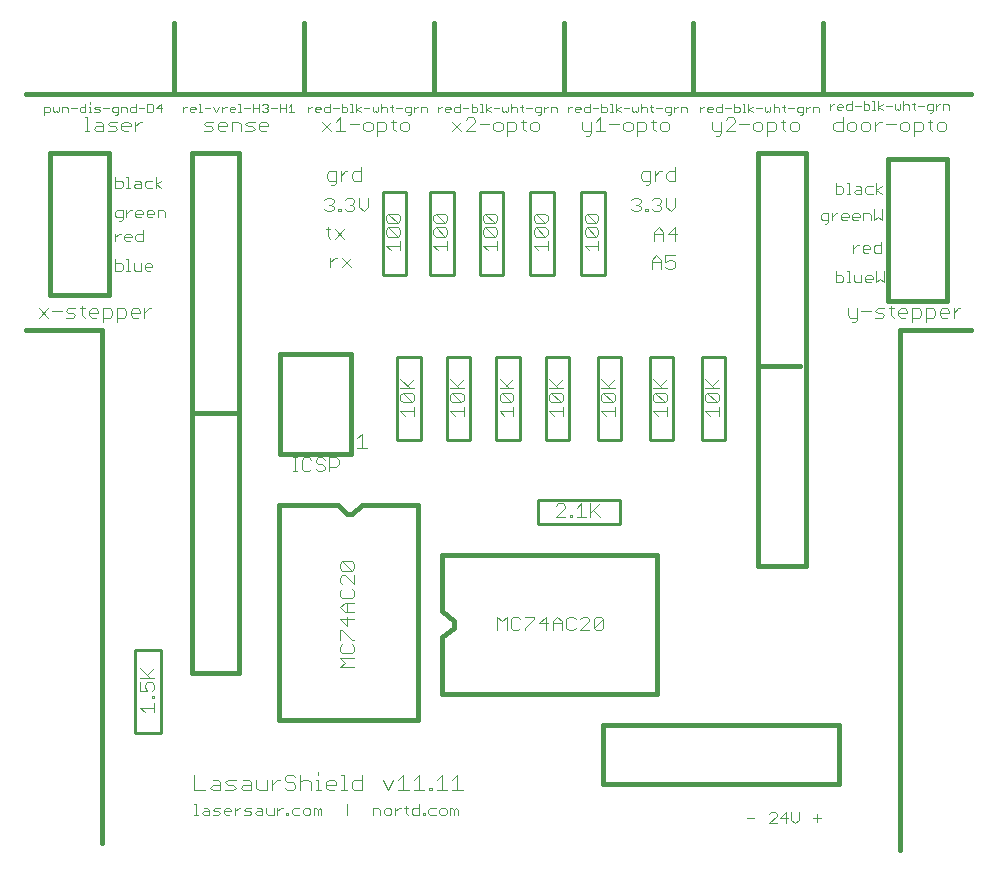
<source format=gto>
G75*
G70*
%OFA0B0*%
%FSLAX24Y24*%
%IPPOS*%
%LPD*%
%AMOC8*
5,1,8,0,0,1.08239X$1,22.5*
%
%ADD10C,0.0160*%
%ADD11C,0.0100*%
%ADD12C,0.0030*%
%ADD13C,0.0040*%
D10*
X003588Y000418D02*
X003588Y017504D01*
X001068Y017504D01*
X001856Y018685D02*
X001856Y023410D01*
X003824Y023410D01*
X003824Y018685D01*
X001856Y018685D01*
X006580Y014748D02*
X008155Y014748D01*
X008155Y023410D01*
X006580Y023410D01*
X006580Y014748D01*
X006580Y006087D01*
X008155Y006087D01*
X008155Y014748D01*
X009533Y013370D02*
X011895Y013370D01*
X011895Y016717D01*
X009533Y016717D01*
X009533Y013370D01*
X009494Y011677D02*
X009494Y004512D01*
X014139Y004512D01*
X014139Y011677D01*
X012249Y011677D01*
X011934Y011363D01*
X011777Y011363D01*
X011462Y011677D01*
X009494Y011677D01*
X014927Y010024D02*
X014927Y008134D01*
X015320Y007819D01*
X015320Y007583D01*
X014927Y007268D01*
X014927Y005378D01*
X022092Y005378D01*
X022092Y010024D01*
X014927Y010024D01*
X020281Y004355D02*
X020281Y002386D01*
X028155Y002386D01*
X028155Y004355D01*
X020281Y004355D01*
X025478Y009630D02*
X027053Y009630D01*
X027053Y023410D01*
X025478Y023410D01*
X025478Y016323D01*
X026856Y016323D01*
X025478Y016323D02*
X025478Y009630D01*
X030202Y017504D02*
X030202Y000181D01*
X030202Y017504D02*
X032564Y017504D01*
X031777Y018489D02*
X029809Y018489D01*
X029809Y023213D01*
X031777Y023213D01*
X031777Y018489D01*
X032564Y025378D02*
X027643Y025378D01*
X027643Y027740D01*
X027643Y025378D02*
X023312Y025378D01*
X023312Y027740D01*
X023312Y025378D02*
X018982Y025378D01*
X018982Y027740D01*
X018982Y025378D02*
X014651Y025378D01*
X014651Y027740D01*
X014651Y025378D02*
X010320Y025378D01*
X010320Y027740D01*
X010320Y025378D02*
X005990Y025378D01*
X005990Y027740D01*
X005990Y025378D02*
X001068Y025378D01*
D11*
X012958Y022111D02*
X012958Y019355D01*
X013746Y019355D01*
X013746Y022111D01*
X012958Y022111D01*
X014533Y022111D02*
X014533Y019355D01*
X015320Y019355D01*
X015320Y022111D01*
X014533Y022111D01*
X016186Y022111D02*
X016186Y019355D01*
X016974Y019355D01*
X016974Y022111D01*
X016186Y022111D01*
X017879Y022111D02*
X017879Y019355D01*
X018667Y019355D01*
X018667Y022111D01*
X017879Y022111D01*
X019572Y022111D02*
X019572Y019355D01*
X020360Y019355D01*
X020360Y022111D01*
X019572Y022111D01*
X019179Y016599D02*
X018391Y016599D01*
X018391Y013843D01*
X019179Y013843D01*
X019179Y016599D01*
X020123Y016599D02*
X020123Y013843D01*
X020911Y013843D01*
X020911Y016599D01*
X020123Y016599D01*
X021856Y016599D02*
X021856Y013843D01*
X022643Y013843D01*
X022643Y016599D01*
X021856Y016599D01*
X023588Y016599D02*
X023588Y013843D01*
X024375Y013843D01*
X024375Y016599D01*
X023588Y016599D01*
X020871Y011835D02*
X018116Y011835D01*
X018116Y011048D01*
X020871Y011048D01*
X020871Y011835D01*
X017525Y013843D02*
X016738Y013843D01*
X016738Y016599D01*
X017525Y016599D01*
X017525Y013843D01*
X015871Y013843D02*
X015084Y013843D01*
X015084Y016599D01*
X015871Y016599D01*
X015871Y013843D01*
X014218Y013843D02*
X013431Y013843D01*
X013431Y016599D01*
X014218Y016599D01*
X014218Y013843D01*
X005557Y006835D02*
X005557Y004079D01*
X004690Y004079D01*
X004690Y006835D01*
X005557Y006835D01*
D12*
X006674Y001708D02*
X006736Y001708D01*
X006736Y001338D01*
X006797Y001338D02*
X006674Y001338D01*
X006919Y001400D02*
X006981Y001462D01*
X007166Y001462D01*
X007166Y001523D02*
X007166Y001338D01*
X006981Y001338D01*
X006919Y001400D01*
X006981Y001585D02*
X007105Y001585D01*
X007166Y001523D01*
X007288Y001523D02*
X007349Y001585D01*
X007535Y001585D01*
X007656Y001523D02*
X007718Y001585D01*
X007841Y001585D01*
X007903Y001523D01*
X007903Y001462D01*
X007656Y001462D01*
X007656Y001523D02*
X007656Y001400D01*
X007718Y001338D01*
X007841Y001338D01*
X008024Y001338D02*
X008024Y001585D01*
X008024Y001462D02*
X008148Y001585D01*
X008209Y001585D01*
X008331Y001523D02*
X008393Y001585D01*
X008578Y001585D01*
X008516Y001462D02*
X008393Y001462D01*
X008331Y001523D01*
X008331Y001338D02*
X008516Y001338D01*
X008578Y001400D01*
X008516Y001462D01*
X008700Y001400D02*
X008761Y001462D01*
X008946Y001462D01*
X008946Y001523D02*
X008946Y001338D01*
X008761Y001338D01*
X008700Y001400D01*
X008761Y001585D02*
X008885Y001585D01*
X008946Y001523D01*
X009068Y001585D02*
X009068Y001400D01*
X009130Y001338D01*
X009315Y001338D01*
X009315Y001585D01*
X009436Y001585D02*
X009436Y001338D01*
X009436Y001462D02*
X009560Y001585D01*
X009621Y001585D01*
X009743Y001400D02*
X009805Y001400D01*
X009805Y001338D01*
X009743Y001338D01*
X009743Y001400D01*
X009927Y001400D02*
X009989Y001338D01*
X010174Y001338D01*
X010295Y001400D02*
X010357Y001338D01*
X010481Y001338D01*
X010542Y001400D01*
X010542Y001523D01*
X010481Y001585D01*
X010357Y001585D01*
X010295Y001523D01*
X010295Y001400D01*
X010174Y001585D02*
X009989Y001585D01*
X009927Y001523D01*
X009927Y001400D01*
X010664Y001338D02*
X010664Y001585D01*
X010725Y001585D01*
X010787Y001523D01*
X010849Y001585D01*
X010911Y001523D01*
X010911Y001338D01*
X010787Y001338D02*
X010787Y001523D01*
X011769Y001708D02*
X011769Y001338D01*
X012628Y001338D02*
X012628Y001585D01*
X012813Y001585D01*
X012875Y001523D01*
X012875Y001338D01*
X012996Y001400D02*
X013058Y001338D01*
X013182Y001338D01*
X013243Y001400D01*
X013243Y001523D01*
X013182Y001585D01*
X013058Y001585D01*
X012996Y001523D01*
X012996Y001400D01*
X013365Y001462D02*
X013488Y001585D01*
X013550Y001585D01*
X013672Y001585D02*
X013795Y001585D01*
X013733Y001647D02*
X013733Y001400D01*
X013795Y001338D01*
X013917Y001400D02*
X013979Y001338D01*
X014164Y001338D01*
X014164Y001708D01*
X014164Y001585D02*
X013979Y001585D01*
X013917Y001523D01*
X013917Y001400D01*
X014285Y001400D02*
X014285Y001338D01*
X014347Y001338D01*
X014347Y001400D01*
X014285Y001400D01*
X014470Y001400D02*
X014531Y001338D01*
X014716Y001338D01*
X014838Y001400D02*
X014900Y001338D01*
X015023Y001338D01*
X015085Y001400D01*
X015085Y001523D01*
X015023Y001585D01*
X014900Y001585D01*
X014838Y001523D01*
X014838Y001400D01*
X014716Y001585D02*
X014531Y001585D01*
X014470Y001523D01*
X014470Y001400D01*
X015206Y001338D02*
X015206Y001585D01*
X015268Y001585D01*
X015330Y001523D01*
X015391Y001585D01*
X015453Y001523D01*
X015453Y001338D01*
X015330Y001338D02*
X015330Y001523D01*
X013365Y001585D02*
X013365Y001338D01*
X007535Y001400D02*
X007473Y001338D01*
X007288Y001338D01*
X007349Y001462D02*
X007288Y001523D01*
X007349Y001462D02*
X007473Y001462D01*
X007535Y001400D01*
X025099Y001248D02*
X025346Y001248D01*
X025836Y001371D02*
X025897Y001433D01*
X026021Y001433D01*
X026083Y001371D01*
X026083Y001309D01*
X025836Y001063D01*
X026083Y001063D01*
X026204Y001248D02*
X026451Y001248D01*
X026572Y001186D02*
X026696Y001063D01*
X026819Y001186D01*
X026819Y001433D01*
X026572Y001433D02*
X026572Y001186D01*
X026389Y001063D02*
X026389Y001433D01*
X026204Y001248D01*
X027309Y001248D02*
X027556Y001248D01*
X027432Y001371D02*
X027432Y001124D01*
X028052Y019094D02*
X028237Y019094D01*
X028299Y019156D01*
X028299Y019279D01*
X028237Y019341D01*
X028052Y019341D01*
X028052Y019464D02*
X028052Y019094D01*
X028420Y019094D02*
X028544Y019094D01*
X028482Y019094D02*
X028482Y019464D01*
X028420Y019464D01*
X028666Y019341D02*
X028666Y019156D01*
X028727Y019094D01*
X028913Y019094D01*
X028913Y019341D01*
X029034Y019279D02*
X029034Y019156D01*
X029096Y019094D01*
X029219Y019094D01*
X029281Y019217D02*
X029034Y019217D01*
X029034Y019279D02*
X029096Y019341D01*
X029219Y019341D01*
X029281Y019279D01*
X029281Y019217D01*
X029402Y019094D02*
X029526Y019217D01*
X029649Y019094D01*
X029649Y019464D01*
X029402Y019464D02*
X029402Y019094D01*
X029379Y020078D02*
X029318Y020140D01*
X029318Y020263D01*
X029379Y020325D01*
X029564Y020325D01*
X029564Y020449D02*
X029564Y020078D01*
X029379Y020078D01*
X029196Y020202D02*
X028949Y020202D01*
X028949Y020263D02*
X029011Y020325D01*
X029134Y020325D01*
X029196Y020263D01*
X029196Y020202D01*
X029134Y020078D02*
X029011Y020078D01*
X028949Y020140D01*
X028949Y020263D01*
X028828Y020325D02*
X028766Y020325D01*
X028642Y020202D01*
X028642Y020325D02*
X028642Y020078D01*
X028665Y021161D02*
X028603Y021223D01*
X028603Y021346D01*
X028665Y021408D01*
X028788Y021408D01*
X028850Y021346D01*
X028850Y021284D01*
X028603Y021284D01*
X028482Y021284D02*
X028235Y021284D01*
X028235Y021223D02*
X028235Y021346D01*
X028297Y021408D01*
X028420Y021408D01*
X028482Y021346D01*
X028482Y021284D01*
X028420Y021161D02*
X028297Y021161D01*
X028235Y021223D01*
X028113Y021408D02*
X028051Y021408D01*
X027928Y021284D01*
X027928Y021161D02*
X027928Y021408D01*
X027807Y021408D02*
X027807Y021099D01*
X027745Y021038D01*
X027683Y021038D01*
X027621Y021161D02*
X027807Y021161D01*
X027621Y021161D02*
X027560Y021223D01*
X027560Y021346D01*
X027621Y021408D01*
X027807Y021408D01*
X028052Y022047D02*
X028237Y022047D01*
X028299Y022109D01*
X028299Y022232D01*
X028237Y022294D01*
X028052Y022294D01*
X028052Y022417D02*
X028052Y022047D01*
X028420Y022047D02*
X028544Y022047D01*
X028482Y022047D02*
X028482Y022417D01*
X028420Y022417D01*
X028727Y022294D02*
X028851Y022294D01*
X028913Y022232D01*
X028913Y022047D01*
X028727Y022047D01*
X028666Y022109D01*
X028727Y022170D01*
X028913Y022170D01*
X029034Y022109D02*
X029096Y022047D01*
X029281Y022047D01*
X029402Y022047D02*
X029402Y022417D01*
X029281Y022294D02*
X029096Y022294D01*
X029034Y022232D01*
X029034Y022109D01*
X029402Y022170D02*
X029587Y022047D01*
X029402Y022170D02*
X029587Y022294D01*
X029587Y021531D02*
X029587Y021161D01*
X029463Y021284D01*
X029340Y021161D01*
X029340Y021531D01*
X029157Y021408D02*
X029218Y021346D01*
X029218Y021161D01*
X028972Y021161D02*
X028972Y021408D01*
X029157Y021408D01*
X028788Y021161D02*
X028665Y021161D01*
X028589Y024842D02*
X028444Y024842D01*
X028395Y024890D01*
X028395Y024987D01*
X028444Y025036D01*
X028589Y025036D01*
X028589Y025132D02*
X028589Y024842D01*
X028690Y024987D02*
X028883Y024987D01*
X028984Y025036D02*
X029130Y025036D01*
X029178Y024987D01*
X029178Y024890D01*
X029130Y024842D01*
X028984Y024842D01*
X028984Y025132D01*
X029279Y025132D02*
X029327Y025132D01*
X029327Y024842D01*
X029279Y024842D02*
X029376Y024842D01*
X029476Y024842D02*
X029476Y025132D01*
X029621Y025036D02*
X029476Y024939D01*
X029621Y024842D01*
X029721Y024987D02*
X029914Y024987D01*
X030016Y025036D02*
X030016Y024890D01*
X030064Y024842D01*
X030112Y024890D01*
X030161Y024842D01*
X030209Y024890D01*
X030209Y025036D01*
X030310Y024987D02*
X030359Y025036D01*
X030455Y025036D01*
X030504Y024987D01*
X030504Y024842D01*
X030653Y024890D02*
X030702Y024842D01*
X030653Y024890D02*
X030653Y025084D01*
X030605Y025036D02*
X030702Y025036D01*
X030801Y024987D02*
X030995Y024987D01*
X031096Y024987D02*
X031096Y024890D01*
X031144Y024842D01*
X031289Y024842D01*
X031289Y024794D02*
X031289Y025036D01*
X031144Y025036D01*
X031096Y024987D01*
X031193Y024745D02*
X031241Y024745D01*
X031289Y024794D01*
X031391Y024842D02*
X031391Y025036D01*
X031487Y025036D02*
X031536Y025036D01*
X031487Y025036D02*
X031391Y024939D01*
X031636Y024842D02*
X031636Y025036D01*
X031781Y025036D01*
X031830Y024987D01*
X031830Y024842D01*
X030310Y024842D02*
X030310Y025132D01*
X028294Y024987D02*
X028294Y024939D01*
X028101Y024939D01*
X028101Y024987D02*
X028149Y025036D01*
X028246Y025036D01*
X028294Y024987D01*
X028246Y024842D02*
X028149Y024842D01*
X028101Y024890D01*
X028101Y024987D01*
X028000Y025036D02*
X027952Y025036D01*
X027855Y024939D01*
X027855Y024842D02*
X027855Y025036D01*
X027499Y024908D02*
X027499Y024763D01*
X027499Y024908D02*
X027451Y024957D01*
X027305Y024957D01*
X027305Y024763D01*
X027205Y024957D02*
X027157Y024957D01*
X027060Y024860D01*
X027060Y024763D02*
X027060Y024957D01*
X026959Y024957D02*
X026814Y024957D01*
X026765Y024908D01*
X026765Y024812D01*
X026814Y024763D01*
X026959Y024763D01*
X026959Y024715D02*
X026959Y024957D01*
X026959Y024715D02*
X026910Y024667D01*
X026862Y024667D01*
X026664Y024908D02*
X026471Y024908D01*
X026371Y024957D02*
X026274Y024957D01*
X026323Y025005D02*
X026323Y024812D01*
X026371Y024763D01*
X026173Y024763D02*
X026173Y024908D01*
X026125Y024957D01*
X026028Y024957D01*
X025980Y024908D01*
X025878Y024957D02*
X025878Y024812D01*
X025830Y024763D01*
X025782Y024812D01*
X025733Y024763D01*
X025685Y024812D01*
X025685Y024957D01*
X025584Y024908D02*
X025390Y024908D01*
X025290Y024957D02*
X025145Y024860D01*
X025290Y024763D01*
X025145Y024763D02*
X025145Y025054D01*
X024997Y025054D02*
X024997Y024763D01*
X025045Y024763D02*
X024948Y024763D01*
X024847Y024812D02*
X024847Y024908D01*
X024799Y024957D01*
X024654Y024957D01*
X024654Y025054D02*
X024654Y024763D01*
X024799Y024763D01*
X024847Y024812D01*
X024948Y025054D02*
X024997Y025054D01*
X024553Y024908D02*
X024359Y024908D01*
X024258Y024957D02*
X024113Y024957D01*
X024064Y024908D01*
X024064Y024812D01*
X024113Y024763D01*
X024258Y024763D01*
X024258Y025054D01*
X023963Y024908D02*
X023963Y024860D01*
X023770Y024860D01*
X023770Y024812D02*
X023770Y024908D01*
X023818Y024957D01*
X023915Y024957D01*
X023963Y024908D01*
X023915Y024763D02*
X023818Y024763D01*
X023770Y024812D01*
X023669Y024957D02*
X023621Y024957D01*
X023524Y024860D01*
X023524Y024763D02*
X023524Y024957D01*
X023089Y024908D02*
X023089Y024763D01*
X023089Y024908D02*
X023041Y024957D01*
X022896Y024957D01*
X022896Y024763D01*
X022796Y024957D02*
X022747Y024957D01*
X022651Y024860D01*
X022651Y024763D02*
X022651Y024957D01*
X022549Y024957D02*
X022404Y024957D01*
X022356Y024908D01*
X022356Y024812D01*
X022404Y024763D01*
X022549Y024763D01*
X022549Y024715D02*
X022549Y024957D01*
X022549Y024715D02*
X022501Y024667D01*
X022453Y024667D01*
X022255Y024908D02*
X022061Y024908D01*
X021962Y024957D02*
X021865Y024957D01*
X021913Y025005D02*
X021913Y024812D01*
X021962Y024763D01*
X021764Y024763D02*
X021764Y024908D01*
X021715Y024957D01*
X021619Y024957D01*
X021570Y024908D01*
X021469Y024957D02*
X021469Y024812D01*
X021421Y024763D01*
X021372Y024812D01*
X021324Y024763D01*
X021276Y024812D01*
X021276Y024957D01*
X021174Y024908D02*
X020981Y024908D01*
X020880Y024957D02*
X020735Y024860D01*
X020880Y024763D01*
X020735Y024763D02*
X020735Y025054D01*
X020587Y025054D02*
X020587Y024763D01*
X020539Y024763D02*
X020636Y024763D01*
X020438Y024812D02*
X020438Y024908D01*
X020389Y024957D01*
X020244Y024957D01*
X020244Y025054D02*
X020244Y024763D01*
X020389Y024763D01*
X020438Y024812D01*
X020539Y025054D02*
X020587Y025054D01*
X020143Y024908D02*
X019950Y024908D01*
X019848Y024957D02*
X019703Y024957D01*
X019655Y024908D01*
X019655Y024812D01*
X019703Y024763D01*
X019848Y024763D01*
X019848Y025054D01*
X019554Y024908D02*
X019554Y024860D01*
X019360Y024860D01*
X019360Y024812D02*
X019360Y024908D01*
X019409Y024957D01*
X019505Y024957D01*
X019554Y024908D01*
X019505Y024763D02*
X019409Y024763D01*
X019360Y024812D01*
X019260Y024957D02*
X019212Y024957D01*
X019115Y024860D01*
X019115Y024763D02*
X019115Y024957D01*
X018759Y024908D02*
X018759Y024763D01*
X018759Y024908D02*
X018710Y024957D01*
X018565Y024957D01*
X018565Y024763D01*
X018465Y024957D02*
X018417Y024957D01*
X018320Y024860D01*
X018320Y024763D02*
X018320Y024957D01*
X018219Y024957D02*
X018074Y024957D01*
X018025Y024908D01*
X018025Y024812D01*
X018074Y024763D01*
X018219Y024763D01*
X018219Y024715D02*
X018219Y024957D01*
X018219Y024715D02*
X018170Y024667D01*
X018122Y024667D01*
X017924Y024908D02*
X017731Y024908D01*
X017631Y024957D02*
X017534Y024957D01*
X017582Y025005D02*
X017582Y024812D01*
X017631Y024763D01*
X017433Y024763D02*
X017433Y024908D01*
X017385Y024957D01*
X017288Y024957D01*
X017239Y024908D01*
X017138Y024957D02*
X017138Y024812D01*
X017090Y024763D01*
X017042Y024812D01*
X016993Y024763D01*
X016945Y024812D01*
X016945Y024957D01*
X016844Y024908D02*
X016650Y024908D01*
X016550Y024957D02*
X016405Y024860D01*
X016550Y024763D01*
X016405Y024763D02*
X016405Y025054D01*
X016257Y025054D02*
X016257Y024763D01*
X016305Y024763D02*
X016208Y024763D01*
X016107Y024812D02*
X016107Y024908D01*
X016059Y024957D01*
X015914Y024957D01*
X015914Y025054D02*
X015914Y024763D01*
X016059Y024763D01*
X016107Y024812D01*
X016208Y025054D02*
X016257Y025054D01*
X015812Y024908D02*
X015619Y024908D01*
X015518Y024957D02*
X015373Y024957D01*
X015324Y024908D01*
X015324Y024812D01*
X015373Y024763D01*
X015518Y024763D01*
X015518Y025054D01*
X015223Y024908D02*
X015223Y024860D01*
X015030Y024860D01*
X015030Y024812D02*
X015030Y024908D01*
X015078Y024957D01*
X015175Y024957D01*
X015223Y024908D01*
X015175Y024763D02*
X015078Y024763D01*
X015030Y024812D01*
X014929Y024957D02*
X014881Y024957D01*
X014784Y024860D01*
X014784Y024763D02*
X014784Y024957D01*
X014428Y024908D02*
X014428Y024763D01*
X014428Y024908D02*
X014380Y024957D01*
X014235Y024957D01*
X014235Y024763D01*
X014134Y024957D02*
X014086Y024957D01*
X013989Y024860D01*
X013989Y024763D02*
X013989Y024957D01*
X013888Y024957D02*
X013743Y024957D01*
X013694Y024908D01*
X013694Y024812D01*
X013743Y024763D01*
X013888Y024763D01*
X013888Y024715D02*
X013888Y024957D01*
X013888Y024715D02*
X013840Y024667D01*
X013791Y024667D01*
X013593Y024908D02*
X013400Y024908D01*
X013300Y024957D02*
X013203Y024957D01*
X013252Y025005D02*
X013252Y024812D01*
X013300Y024763D01*
X013102Y024763D02*
X013102Y024908D01*
X013054Y024957D01*
X012957Y024957D01*
X012909Y024908D01*
X012808Y024957D02*
X012808Y024812D01*
X012759Y024763D01*
X012711Y024812D01*
X012662Y024763D01*
X012614Y024812D01*
X012614Y024957D01*
X012513Y024908D02*
X012319Y024908D01*
X012219Y024957D02*
X012074Y024860D01*
X012219Y024763D01*
X012074Y024763D02*
X012074Y025054D01*
X011926Y025054D02*
X011926Y024763D01*
X011878Y024763D02*
X011974Y024763D01*
X011776Y024812D02*
X011776Y024908D01*
X011728Y024957D01*
X011583Y024957D01*
X011583Y025054D02*
X011583Y024763D01*
X011728Y024763D01*
X011776Y024812D01*
X011878Y025054D02*
X011926Y025054D01*
X011482Y024908D02*
X011288Y024908D01*
X011187Y024957D02*
X011042Y024957D01*
X010994Y024908D01*
X010994Y024812D01*
X011042Y024763D01*
X011187Y024763D01*
X011187Y025054D01*
X010892Y024908D02*
X010892Y024860D01*
X010699Y024860D01*
X010699Y024812D02*
X010699Y024908D01*
X010747Y024957D01*
X010844Y024957D01*
X010892Y024908D01*
X010844Y024763D02*
X010747Y024763D01*
X010699Y024812D01*
X010599Y024957D02*
X010550Y024957D01*
X010453Y024860D01*
X010453Y024763D02*
X010453Y024957D01*
X010009Y024763D02*
X009816Y024763D01*
X009913Y024763D02*
X009913Y025054D01*
X009816Y024957D01*
X009715Y024908D02*
X009521Y024908D01*
X009420Y024908D02*
X009227Y024908D01*
X009125Y024860D02*
X009125Y024812D01*
X009077Y024763D01*
X008980Y024763D01*
X008932Y024812D01*
X008831Y024763D02*
X008831Y025054D01*
X008932Y025005D02*
X008980Y025054D01*
X009077Y025054D01*
X009125Y025005D01*
X009125Y024957D01*
X009077Y024908D01*
X009125Y024860D01*
X009077Y024908D02*
X009029Y024908D01*
X008831Y024908D02*
X008637Y024908D01*
X008536Y024908D02*
X008343Y024908D01*
X008243Y024763D02*
X008146Y024763D01*
X008195Y024763D02*
X008195Y025054D01*
X008146Y025054D01*
X008045Y024908D02*
X008045Y024860D01*
X007852Y024860D01*
X007852Y024812D02*
X007852Y024908D01*
X007900Y024957D01*
X007997Y024957D01*
X008045Y024908D01*
X007997Y024763D02*
X007900Y024763D01*
X007852Y024812D01*
X007751Y024957D02*
X007703Y024957D01*
X007606Y024860D01*
X007606Y024763D02*
X007606Y024957D01*
X007505Y024957D02*
X007408Y024763D01*
X007311Y024957D01*
X007210Y024908D02*
X007017Y024908D01*
X006917Y024763D02*
X006820Y024763D01*
X006869Y024763D02*
X006869Y025054D01*
X006820Y025054D01*
X006719Y024908D02*
X006719Y024860D01*
X006526Y024860D01*
X006526Y024812D02*
X006526Y024908D01*
X006574Y024957D01*
X006671Y024957D01*
X006719Y024908D01*
X006671Y024763D02*
X006574Y024763D01*
X006526Y024812D01*
X006425Y024957D02*
X006377Y024957D01*
X006280Y024860D01*
X006280Y024763D02*
X006280Y024957D01*
X005600Y024908D02*
X005406Y024908D01*
X005551Y025054D01*
X005551Y024763D01*
X005305Y024812D02*
X005305Y025005D01*
X005257Y025054D01*
X005111Y025054D01*
X005111Y024763D01*
X005257Y024763D01*
X005305Y024812D01*
X005010Y024908D02*
X004817Y024908D01*
X004716Y024957D02*
X004570Y024957D01*
X004522Y024908D01*
X004522Y024812D01*
X004570Y024763D01*
X004716Y024763D01*
X004716Y025054D01*
X004421Y024908D02*
X004421Y024763D01*
X004421Y024908D02*
X004373Y024957D01*
X004227Y024957D01*
X004227Y024763D01*
X004126Y024763D02*
X003981Y024763D01*
X003933Y024812D01*
X003933Y024908D01*
X003981Y024957D01*
X004126Y024957D01*
X004126Y024715D01*
X004078Y024667D01*
X004030Y024667D01*
X003832Y024908D02*
X003638Y024908D01*
X003537Y024957D02*
X003392Y024957D01*
X003344Y024908D01*
X003392Y024860D01*
X003489Y024860D01*
X003537Y024812D01*
X003489Y024763D01*
X003344Y024763D01*
X003244Y024763D02*
X003147Y024763D01*
X003195Y024763D02*
X003195Y024957D01*
X003147Y024957D01*
X003046Y024957D02*
X002901Y024957D01*
X002852Y024908D01*
X002852Y024812D01*
X002901Y024763D01*
X003046Y024763D01*
X003046Y025054D01*
X003195Y025054D02*
X003195Y025102D01*
X002751Y024908D02*
X002558Y024908D01*
X002457Y024908D02*
X002457Y024763D01*
X002457Y024908D02*
X002408Y024957D01*
X002263Y024957D01*
X002263Y024763D01*
X002162Y024812D02*
X002162Y024957D01*
X002162Y024812D02*
X002114Y024763D01*
X002065Y024812D01*
X002017Y024763D01*
X001969Y024812D01*
X001969Y024957D01*
X001867Y024908D02*
X001867Y024812D01*
X001819Y024763D01*
X001674Y024763D01*
X001674Y024667D02*
X001674Y024957D01*
X001819Y024957D01*
X001867Y024908D01*
X004036Y022614D02*
X004036Y022244D01*
X004221Y022244D01*
X004283Y022305D01*
X004283Y022429D01*
X004221Y022491D01*
X004036Y022491D01*
X004404Y022614D02*
X004466Y022614D01*
X004466Y022244D01*
X004404Y022244D02*
X004528Y022244D01*
X004650Y022305D02*
X004712Y022367D01*
X004897Y022367D01*
X004897Y022429D02*
X004897Y022244D01*
X004712Y022244D01*
X004650Y022305D01*
X004712Y022491D02*
X004835Y022491D01*
X004897Y022429D01*
X005018Y022429D02*
X005018Y022305D01*
X005080Y022244D01*
X005265Y022244D01*
X005387Y022244D02*
X005387Y022614D01*
X005265Y022491D02*
X005080Y022491D01*
X005018Y022429D01*
X005387Y022367D02*
X005572Y022244D01*
X005387Y022367D02*
X005572Y022491D01*
X005633Y021506D02*
X005695Y021445D01*
X005695Y021259D01*
X005448Y021259D02*
X005448Y021506D01*
X005633Y021506D01*
X005326Y021445D02*
X005326Y021383D01*
X005080Y021383D01*
X005080Y021445D02*
X005141Y021506D01*
X005265Y021506D01*
X005326Y021445D01*
X005265Y021259D02*
X005141Y021259D01*
X005080Y021321D01*
X005080Y021445D01*
X004958Y021445D02*
X004896Y021506D01*
X004773Y021506D01*
X004711Y021445D01*
X004711Y021321D01*
X004773Y021259D01*
X004896Y021259D01*
X004958Y021383D02*
X004711Y021383D01*
X004590Y021506D02*
X004528Y021506D01*
X004404Y021383D01*
X004404Y021506D02*
X004404Y021259D01*
X004283Y021259D02*
X004098Y021259D01*
X004036Y021321D01*
X004036Y021445D01*
X004098Y021506D01*
X004283Y021506D01*
X004283Y021198D01*
X004221Y021136D01*
X004160Y021136D01*
X004160Y020719D02*
X004221Y020719D01*
X004160Y020719D02*
X004036Y020595D01*
X004036Y020472D02*
X004036Y020719D01*
X004343Y020657D02*
X004405Y020719D01*
X004528Y020719D01*
X004590Y020657D01*
X004590Y020595D01*
X004343Y020595D01*
X004343Y020534D02*
X004343Y020657D01*
X004343Y020534D02*
X004405Y020472D01*
X004528Y020472D01*
X004711Y020534D02*
X004711Y020657D01*
X004773Y020719D01*
X004958Y020719D01*
X004958Y020842D02*
X004958Y020472D01*
X004773Y020472D01*
X004711Y020534D01*
X004466Y019858D02*
X004466Y019488D01*
X004404Y019488D02*
X004528Y019488D01*
X004650Y019549D02*
X004712Y019488D01*
X004897Y019488D01*
X004897Y019735D01*
X005018Y019673D02*
X005080Y019735D01*
X005203Y019735D01*
X005265Y019673D01*
X005265Y019611D01*
X005018Y019611D01*
X005018Y019549D02*
X005018Y019673D01*
X005018Y019549D02*
X005080Y019488D01*
X005203Y019488D01*
X004650Y019549D02*
X004650Y019735D01*
X004466Y019858D02*
X004404Y019858D01*
X004221Y019735D02*
X004036Y019735D01*
X004036Y019858D02*
X004036Y019488D01*
X004221Y019488D01*
X004283Y019549D01*
X004283Y019673D01*
X004221Y019735D01*
X004958Y021383D02*
X004958Y021445D01*
X008637Y024763D02*
X008637Y025054D01*
X009521Y025054D02*
X009521Y024763D01*
X009715Y024763D02*
X009715Y025054D01*
X012909Y025054D02*
X012909Y024763D01*
X017239Y024763D02*
X017239Y025054D01*
X021570Y025054D02*
X021570Y024763D01*
X025980Y024763D02*
X025980Y025054D01*
D13*
X025995Y024445D02*
X025764Y024445D01*
X025764Y023985D01*
X025764Y024138D02*
X025995Y024138D01*
X026071Y024215D01*
X026071Y024369D01*
X025995Y024445D01*
X026225Y024445D02*
X026378Y024445D01*
X026301Y024522D02*
X026301Y024215D01*
X026378Y024138D01*
X026532Y024215D02*
X026608Y024138D01*
X026762Y024138D01*
X026839Y024215D01*
X026839Y024369D01*
X026762Y024445D01*
X026608Y024445D01*
X026532Y024369D01*
X026532Y024215D01*
X025611Y024215D02*
X025611Y024369D01*
X025534Y024445D01*
X025381Y024445D01*
X025304Y024369D01*
X025304Y024215D01*
X025381Y024138D01*
X025534Y024138D01*
X025611Y024215D01*
X025151Y024369D02*
X024844Y024369D01*
X024690Y024445D02*
X024690Y024522D01*
X024614Y024599D01*
X024460Y024599D01*
X024383Y024522D01*
X024230Y024445D02*
X024230Y024062D01*
X024153Y023985D01*
X024076Y023985D01*
X024000Y024138D02*
X024230Y024138D01*
X024383Y024138D02*
X024690Y024445D01*
X024690Y024138D02*
X024383Y024138D01*
X024000Y024138D02*
X023923Y024215D01*
X023923Y024445D01*
X022508Y024369D02*
X022508Y024215D01*
X022431Y024138D01*
X022278Y024138D01*
X022201Y024215D01*
X022201Y024369D01*
X022278Y024445D01*
X022431Y024445D01*
X022508Y024369D01*
X022047Y024445D02*
X021894Y024445D01*
X021971Y024522D02*
X021971Y024215D01*
X022047Y024138D01*
X021741Y024215D02*
X021741Y024369D01*
X021664Y024445D01*
X021434Y024445D01*
X021434Y023985D01*
X021434Y024138D02*
X021664Y024138D01*
X021741Y024215D01*
X021280Y024215D02*
X021280Y024369D01*
X021204Y024445D01*
X021050Y024445D01*
X020973Y024369D01*
X020973Y024215D01*
X021050Y024138D01*
X021204Y024138D01*
X021280Y024215D01*
X020820Y024369D02*
X020513Y024369D01*
X020360Y024138D02*
X020053Y024138D01*
X020206Y024138D02*
X020206Y024599D01*
X020053Y024445D01*
X019899Y024445D02*
X019899Y024062D01*
X019822Y023985D01*
X019746Y023985D01*
X019669Y024138D02*
X019899Y024138D01*
X019669Y024138D02*
X019592Y024215D01*
X019592Y024445D01*
X018177Y024369D02*
X018177Y024215D01*
X018100Y024138D01*
X017947Y024138D01*
X017870Y024215D01*
X017870Y024369D01*
X017947Y024445D01*
X018100Y024445D01*
X018177Y024369D01*
X017717Y024445D02*
X017563Y024445D01*
X017640Y024522D02*
X017640Y024215D01*
X017717Y024138D01*
X017410Y024215D02*
X017410Y024369D01*
X017333Y024445D01*
X017103Y024445D01*
X017103Y023985D01*
X017103Y024138D02*
X017333Y024138D01*
X017410Y024215D01*
X016950Y024215D02*
X016950Y024369D01*
X016873Y024445D01*
X016719Y024445D01*
X016643Y024369D01*
X016643Y024215D01*
X016719Y024138D01*
X016873Y024138D01*
X016950Y024215D01*
X016489Y024369D02*
X016182Y024369D01*
X016029Y024445D02*
X016029Y024522D01*
X015952Y024599D01*
X015799Y024599D01*
X015722Y024522D01*
X015568Y024445D02*
X015262Y024138D01*
X015568Y024138D02*
X015262Y024445D01*
X015722Y024138D02*
X016029Y024445D01*
X016029Y024138D02*
X015722Y024138D01*
X013846Y024215D02*
X013846Y024369D01*
X013770Y024445D01*
X013616Y024445D01*
X013540Y024369D01*
X013540Y024215D01*
X013616Y024138D01*
X013770Y024138D01*
X013846Y024215D01*
X013386Y024138D02*
X013309Y024215D01*
X013309Y024522D01*
X013233Y024445D02*
X013386Y024445D01*
X013079Y024369D02*
X013079Y024215D01*
X013002Y024138D01*
X012772Y024138D01*
X012772Y023985D02*
X012772Y024445D01*
X013002Y024445D01*
X013079Y024369D01*
X012619Y024369D02*
X012619Y024215D01*
X012542Y024138D01*
X012389Y024138D01*
X012312Y024215D01*
X012312Y024369D01*
X012389Y024445D01*
X012542Y024445D01*
X012619Y024369D01*
X012158Y024369D02*
X011852Y024369D01*
X011698Y024138D02*
X011391Y024138D01*
X011238Y024138D02*
X010931Y024445D01*
X010931Y024138D02*
X011238Y024445D01*
X011391Y024445D02*
X011545Y024599D01*
X011545Y024138D01*
X012239Y022945D02*
X012239Y022485D01*
X012009Y022485D01*
X011932Y022562D01*
X011932Y022715D01*
X012009Y022792D01*
X012239Y022792D01*
X011779Y022792D02*
X011702Y022792D01*
X011549Y022638D01*
X011549Y022485D02*
X011549Y022792D01*
X011395Y022792D02*
X011395Y022408D01*
X011319Y022331D01*
X011242Y022331D01*
X011165Y022485D02*
X011088Y022562D01*
X011088Y022715D01*
X011165Y022792D01*
X011395Y022792D01*
X011395Y022485D02*
X011165Y022485D01*
X011240Y021922D02*
X011086Y021922D01*
X011010Y021845D01*
X011163Y021691D02*
X011240Y021691D01*
X011316Y021615D01*
X011316Y021538D01*
X011240Y021461D01*
X011086Y021461D01*
X011010Y021538D01*
X011240Y021691D02*
X011316Y021768D01*
X011316Y021845D01*
X011240Y021922D01*
X011470Y021538D02*
X011547Y021538D01*
X011547Y021461D01*
X011470Y021461D01*
X011470Y021538D01*
X011700Y021538D02*
X011777Y021461D01*
X011930Y021461D01*
X012007Y021538D01*
X012007Y021615D01*
X011930Y021691D01*
X011854Y021691D01*
X011930Y021691D02*
X012007Y021768D01*
X012007Y021845D01*
X011930Y021922D01*
X011777Y021922D01*
X011700Y021845D01*
X012160Y021922D02*
X012160Y021615D01*
X012314Y021461D01*
X012467Y021615D01*
X012467Y021922D01*
X013068Y021313D02*
X013145Y021390D01*
X013452Y021083D01*
X013529Y021159D01*
X013529Y021313D01*
X013452Y021390D01*
X013145Y021390D01*
X013068Y021313D02*
X013068Y021159D01*
X013145Y021083D01*
X013452Y021083D01*
X013452Y020929D02*
X013145Y020929D01*
X013452Y020622D01*
X013529Y020699D01*
X013529Y020853D01*
X013452Y020929D01*
X013452Y020622D02*
X013145Y020622D01*
X013068Y020699D01*
X013068Y020853D01*
X013145Y020929D01*
X013529Y020469D02*
X013529Y020162D01*
X013529Y020315D02*
X013068Y020315D01*
X013222Y020162D01*
X011897Y019918D02*
X011590Y019611D01*
X011590Y019918D02*
X011897Y019611D01*
X011437Y019918D02*
X011360Y019918D01*
X011206Y019764D01*
X011206Y019611D02*
X011206Y019918D01*
X011202Y020556D02*
X011126Y020632D01*
X011126Y020939D01*
X011202Y020863D02*
X011049Y020863D01*
X011356Y020863D02*
X011663Y020556D01*
X011356Y020556D02*
X011663Y020863D01*
X014643Y020853D02*
X014720Y020929D01*
X015027Y020622D01*
X015103Y020699D01*
X015103Y020853D01*
X015027Y020929D01*
X014720Y020929D01*
X014643Y020853D02*
X014643Y020699D01*
X014720Y020622D01*
X015027Y020622D01*
X015103Y020469D02*
X015103Y020162D01*
X015103Y020315D02*
X014643Y020315D01*
X014797Y020162D01*
X014720Y021083D02*
X014643Y021159D01*
X014643Y021313D01*
X014720Y021390D01*
X015027Y021083D01*
X015103Y021159D01*
X015103Y021313D01*
X015027Y021390D01*
X014720Y021390D01*
X014720Y021083D02*
X015027Y021083D01*
X016297Y021159D02*
X016297Y021313D01*
X016373Y021390D01*
X016680Y021083D01*
X016757Y021159D01*
X016757Y021313D01*
X016680Y021390D01*
X016373Y021390D01*
X016297Y021159D02*
X016373Y021083D01*
X016680Y021083D01*
X016680Y020929D02*
X016373Y020929D01*
X016680Y020622D01*
X016757Y020699D01*
X016757Y020853D01*
X016680Y020929D01*
X016680Y020622D02*
X016373Y020622D01*
X016297Y020699D01*
X016297Y020853D01*
X016373Y020929D01*
X016757Y020469D02*
X016757Y020162D01*
X016757Y020315D02*
X016297Y020315D01*
X016450Y020162D01*
X017990Y020315D02*
X018450Y020315D01*
X018450Y020162D02*
X018450Y020469D01*
X018373Y020622D02*
X018066Y020929D01*
X018373Y020929D01*
X018450Y020853D01*
X018450Y020699D01*
X018373Y020622D01*
X018066Y020622D01*
X017990Y020699D01*
X017990Y020853D01*
X018066Y020929D01*
X018066Y021083D02*
X017990Y021159D01*
X017990Y021313D01*
X018066Y021390D01*
X018373Y021083D01*
X018450Y021159D01*
X018450Y021313D01*
X018373Y021390D01*
X018066Y021390D01*
X018066Y021083D02*
X018373Y021083D01*
X017990Y020315D02*
X018143Y020162D01*
X019682Y020315D02*
X020143Y020315D01*
X020143Y020162D02*
X020143Y020469D01*
X020066Y020622D02*
X019759Y020929D01*
X020066Y020929D01*
X020143Y020853D01*
X020143Y020699D01*
X020066Y020622D01*
X019759Y020622D01*
X019682Y020699D01*
X019682Y020853D01*
X019759Y020929D01*
X019759Y021083D02*
X019682Y021159D01*
X019682Y021313D01*
X019759Y021390D01*
X020066Y021083D01*
X020143Y021159D01*
X020143Y021313D01*
X020066Y021390D01*
X019759Y021390D01*
X019759Y021083D02*
X020066Y021083D01*
X019682Y020315D02*
X019836Y020162D01*
X021246Y021538D02*
X021323Y021461D01*
X021476Y021461D01*
X021553Y021538D01*
X021553Y021615D01*
X021476Y021691D01*
X021399Y021691D01*
X021476Y021691D02*
X021553Y021768D01*
X021553Y021845D01*
X021476Y021922D01*
X021323Y021922D01*
X021246Y021845D01*
X021706Y021538D02*
X021783Y021538D01*
X021783Y021461D01*
X021706Y021461D01*
X021706Y021538D01*
X021936Y021538D02*
X022013Y021461D01*
X022166Y021461D01*
X022243Y021538D01*
X022243Y021615D01*
X022166Y021691D01*
X022090Y021691D01*
X022166Y021691D02*
X022243Y021768D01*
X022243Y021845D01*
X022166Y021922D01*
X022013Y021922D01*
X021936Y021845D01*
X022397Y021922D02*
X022397Y021615D01*
X022550Y021461D01*
X022704Y021615D01*
X022704Y021922D01*
X022712Y022485D02*
X022481Y022485D01*
X022405Y022562D01*
X022405Y022715D01*
X022481Y022792D01*
X022712Y022792D01*
X022712Y022945D02*
X022712Y022485D01*
X022251Y022792D02*
X022175Y022792D01*
X022021Y022638D01*
X022021Y022485D02*
X022021Y022792D01*
X021868Y022792D02*
X021637Y022792D01*
X021561Y022715D01*
X021561Y022562D01*
X021637Y022485D01*
X021868Y022485D01*
X021868Y022408D02*
X021868Y022792D01*
X021868Y022408D02*
X021791Y022331D01*
X021714Y022331D01*
X022147Y020937D02*
X022301Y020784D01*
X022301Y020477D01*
X022301Y020707D02*
X021994Y020707D01*
X021994Y020784D02*
X022147Y020937D01*
X021994Y020784D02*
X021994Y020477D01*
X022454Y020707D02*
X022761Y020707D01*
X022684Y020477D02*
X022684Y020937D01*
X022454Y020707D01*
X022375Y019992D02*
X022375Y019762D01*
X022529Y019839D01*
X022606Y019839D01*
X022682Y019762D01*
X022682Y019609D01*
X022606Y019532D01*
X022452Y019532D01*
X022375Y019609D01*
X022222Y019532D02*
X022222Y019839D01*
X022069Y019992D01*
X021915Y019839D01*
X021915Y019532D01*
X021915Y019762D02*
X022222Y019762D01*
X022375Y019992D02*
X022682Y019992D01*
X022426Y015878D02*
X022196Y015648D01*
X022273Y015571D02*
X021966Y015878D01*
X021966Y015571D02*
X022426Y015571D01*
X022350Y015417D02*
X022426Y015341D01*
X022426Y015187D01*
X022350Y015111D01*
X022043Y015417D01*
X022350Y015417D01*
X022350Y015111D02*
X022043Y015111D01*
X021966Y015187D01*
X021966Y015341D01*
X022043Y015417D01*
X022426Y014957D02*
X022426Y014650D01*
X022426Y014804D02*
X021966Y014804D01*
X022119Y014650D01*
X020694Y014650D02*
X020694Y014957D01*
X020694Y014804D02*
X020234Y014804D01*
X020387Y014650D01*
X020310Y015111D02*
X020234Y015187D01*
X020234Y015341D01*
X020310Y015417D01*
X020617Y015111D01*
X020694Y015187D01*
X020694Y015341D01*
X020617Y015417D01*
X020310Y015417D01*
X020234Y015571D02*
X020694Y015571D01*
X020541Y015571D02*
X020234Y015878D01*
X020464Y015648D02*
X020694Y015878D01*
X020617Y015111D02*
X020310Y015111D01*
X018962Y015187D02*
X018885Y015111D01*
X018578Y015417D01*
X018885Y015417D01*
X018962Y015341D01*
X018962Y015187D01*
X018885Y015111D02*
X018578Y015111D01*
X018501Y015187D01*
X018501Y015341D01*
X018578Y015417D01*
X018501Y015571D02*
X018962Y015571D01*
X018808Y015571D02*
X018501Y015878D01*
X018732Y015648D02*
X018962Y015878D01*
X018962Y014957D02*
X018962Y014650D01*
X018962Y014804D02*
X018501Y014804D01*
X018655Y014650D01*
X017308Y014650D02*
X017308Y014957D01*
X017308Y014804D02*
X016848Y014804D01*
X017001Y014650D01*
X016925Y015111D02*
X016848Y015187D01*
X016848Y015341D01*
X016925Y015417D01*
X017231Y015111D01*
X017308Y015187D01*
X017308Y015341D01*
X017231Y015417D01*
X016925Y015417D01*
X016848Y015571D02*
X017308Y015571D01*
X017155Y015571D02*
X016848Y015878D01*
X017078Y015648D02*
X017308Y015878D01*
X017231Y015111D02*
X016925Y015111D01*
X015655Y015187D02*
X015578Y015111D01*
X015271Y015417D01*
X015578Y015417D01*
X015655Y015341D01*
X015655Y015187D01*
X015578Y015111D02*
X015271Y015111D01*
X015194Y015187D01*
X015194Y015341D01*
X015271Y015417D01*
X015194Y015571D02*
X015655Y015571D01*
X015501Y015571D02*
X015194Y015878D01*
X015424Y015648D02*
X015655Y015878D01*
X015655Y014957D02*
X015655Y014650D01*
X015655Y014804D02*
X015194Y014804D01*
X015348Y014650D01*
X014001Y014650D02*
X014001Y014957D01*
X014001Y014804D02*
X013541Y014804D01*
X013694Y014650D01*
X013617Y015111D02*
X013541Y015187D01*
X013541Y015341D01*
X013617Y015417D01*
X013924Y015111D01*
X014001Y015187D01*
X014001Y015341D01*
X013924Y015417D01*
X013617Y015417D01*
X013541Y015571D02*
X014001Y015571D01*
X013848Y015571D02*
X013541Y015878D01*
X013771Y015648D02*
X014001Y015878D01*
X013924Y015111D02*
X013617Y015111D01*
X012265Y014048D02*
X012265Y013587D01*
X012112Y013587D02*
X012419Y013587D01*
X012112Y013894D02*
X012265Y014048D01*
X011404Y013260D02*
X011481Y013183D01*
X011481Y013030D01*
X011404Y012953D01*
X011174Y012953D01*
X011174Y012800D02*
X011174Y013260D01*
X011404Y013260D01*
X011021Y013183D02*
X010944Y013260D01*
X010791Y013260D01*
X010714Y013183D01*
X010714Y013107D01*
X010791Y013030D01*
X010944Y013030D01*
X011021Y012953D01*
X011021Y012877D01*
X010944Y012800D01*
X010791Y012800D01*
X010714Y012877D01*
X010560Y012877D02*
X010484Y012800D01*
X010330Y012800D01*
X010254Y012877D01*
X010254Y013183D01*
X010330Y013260D01*
X010484Y013260D01*
X010560Y013183D01*
X010100Y013260D02*
X009947Y013260D01*
X010023Y013260D02*
X010023Y012800D01*
X009947Y012800D02*
X010100Y012800D01*
X011610Y009794D02*
X011917Y009487D01*
X011993Y009564D01*
X011993Y009717D01*
X011917Y009794D01*
X011610Y009794D01*
X011533Y009717D01*
X011533Y009564D01*
X011610Y009487D01*
X011917Y009487D01*
X011993Y009333D02*
X011993Y009027D01*
X011686Y009333D01*
X011610Y009333D01*
X011533Y009257D01*
X011533Y009103D01*
X011610Y009027D01*
X011610Y008873D02*
X011533Y008796D01*
X011533Y008643D01*
X011610Y008566D01*
X011917Y008566D01*
X011993Y008643D01*
X011993Y008796D01*
X011917Y008873D01*
X011993Y008413D02*
X011686Y008413D01*
X011533Y008259D01*
X011686Y008106D01*
X011993Y008106D01*
X011763Y008106D02*
X011763Y008413D01*
X011763Y007952D02*
X011763Y007645D01*
X011533Y007876D01*
X011993Y007876D01*
X011610Y007492D02*
X011917Y007185D01*
X011993Y007185D01*
X011917Y007032D02*
X011993Y006955D01*
X011993Y006801D01*
X011917Y006725D01*
X011610Y006725D01*
X011533Y006801D01*
X011533Y006955D01*
X011610Y007032D01*
X011533Y007185D02*
X011533Y007492D01*
X011610Y007492D01*
X011533Y006571D02*
X011993Y006571D01*
X011993Y006264D02*
X011533Y006264D01*
X011686Y006418D01*
X011533Y006571D01*
X010805Y002777D02*
X010805Y002690D01*
X010805Y002517D02*
X010805Y002170D01*
X010891Y002170D02*
X010718Y002170D01*
X010549Y002170D02*
X010549Y002430D01*
X010463Y002517D01*
X010289Y002517D01*
X010202Y002430D01*
X010034Y002343D02*
X010034Y002257D01*
X009947Y002170D01*
X009773Y002170D01*
X009687Y002257D01*
X009773Y002430D02*
X009687Y002517D01*
X009687Y002604D01*
X009773Y002690D01*
X009947Y002690D01*
X010034Y002604D01*
X010202Y002690D02*
X010202Y002170D01*
X010034Y002343D02*
X009947Y002430D01*
X009773Y002430D01*
X009517Y002517D02*
X009431Y002517D01*
X009257Y002343D01*
X009257Y002170D02*
X009257Y002517D01*
X009088Y002517D02*
X009088Y002170D01*
X008828Y002170D01*
X008741Y002257D01*
X008741Y002517D01*
X008573Y002430D02*
X008486Y002517D01*
X008313Y002517D01*
X008313Y002343D02*
X008573Y002343D01*
X008573Y002430D02*
X008573Y002170D01*
X008313Y002170D01*
X008226Y002257D01*
X008313Y002343D01*
X008057Y002257D02*
X007970Y002170D01*
X007710Y002170D01*
X007541Y002170D02*
X007281Y002170D01*
X007195Y002257D01*
X007281Y002343D01*
X007541Y002343D01*
X007541Y002430D02*
X007541Y002170D01*
X007541Y002430D02*
X007455Y002517D01*
X007281Y002517D01*
X007710Y002430D02*
X007797Y002517D01*
X008057Y002517D01*
X007970Y002343D02*
X007797Y002343D01*
X007710Y002430D01*
X007970Y002343D02*
X008057Y002257D01*
X007026Y002170D02*
X006679Y002170D01*
X006679Y002690D01*
X005340Y004768D02*
X005340Y005075D01*
X005340Y004922D02*
X004879Y004922D01*
X005033Y004768D01*
X005263Y005229D02*
X005263Y005305D01*
X005340Y005305D01*
X005340Y005229D01*
X005263Y005229D01*
X005263Y005459D02*
X005340Y005536D01*
X005340Y005689D01*
X005263Y005766D01*
X005110Y005766D01*
X005033Y005689D01*
X005033Y005612D01*
X005110Y005459D01*
X004879Y005459D01*
X004879Y005766D01*
X004879Y005919D02*
X005340Y005919D01*
X005186Y005919D02*
X004879Y006226D01*
X005110Y005996D02*
X005340Y006226D01*
X010718Y002517D02*
X010805Y002517D01*
X011062Y002430D02*
X011148Y002517D01*
X011322Y002517D01*
X011409Y002430D01*
X011409Y002343D01*
X011062Y002343D01*
X011062Y002257D02*
X011062Y002430D01*
X011062Y002257D02*
X011148Y002170D01*
X011322Y002170D01*
X011577Y002170D02*
X011751Y002170D01*
X011664Y002170D02*
X011664Y002690D01*
X011577Y002690D01*
X011921Y002430D02*
X012008Y002517D01*
X012268Y002517D01*
X012268Y002690D02*
X012268Y002170D01*
X012008Y002170D01*
X011921Y002257D01*
X011921Y002430D01*
X012952Y002517D02*
X013126Y002170D01*
X013299Y002517D01*
X013468Y002517D02*
X013641Y002690D01*
X013641Y002170D01*
X013468Y002170D02*
X013815Y002170D01*
X013984Y002170D02*
X014331Y002170D01*
X014499Y002170D02*
X014499Y002257D01*
X014586Y002257D01*
X014586Y002170D01*
X014499Y002170D01*
X014757Y002170D02*
X015104Y002170D01*
X015273Y002170D02*
X015620Y002170D01*
X015446Y002170D02*
X015446Y002690D01*
X015273Y002517D01*
X014931Y002690D02*
X014931Y002170D01*
X014757Y002517D02*
X014931Y002690D01*
X014157Y002690D02*
X014157Y002170D01*
X013984Y002517D02*
X014157Y002690D01*
X016775Y007497D02*
X016775Y007957D01*
X016929Y007804D01*
X017082Y007957D01*
X017082Y007497D01*
X017236Y007573D02*
X017312Y007497D01*
X017466Y007497D01*
X017543Y007573D01*
X017696Y007573D02*
X017696Y007497D01*
X017696Y007573D02*
X018003Y007880D01*
X018003Y007957D01*
X017696Y007957D01*
X017543Y007880D02*
X017466Y007957D01*
X017312Y007957D01*
X017236Y007880D01*
X017236Y007573D01*
X018156Y007727D02*
X018463Y007727D01*
X018617Y007727D02*
X018924Y007727D01*
X018924Y007804D02*
X018924Y007497D01*
X019077Y007573D02*
X019154Y007497D01*
X019307Y007497D01*
X019384Y007573D01*
X019537Y007497D02*
X019844Y007804D01*
X019844Y007880D01*
X019768Y007957D01*
X019614Y007957D01*
X019537Y007880D01*
X019384Y007880D02*
X019307Y007957D01*
X019154Y007957D01*
X019077Y007880D01*
X019077Y007573D01*
X018924Y007804D02*
X018770Y007957D01*
X018617Y007804D01*
X018617Y007497D01*
X018387Y007497D02*
X018387Y007957D01*
X018156Y007727D01*
X019537Y007497D02*
X019844Y007497D01*
X019998Y007573D02*
X020074Y007497D01*
X020228Y007497D01*
X020305Y007573D01*
X020305Y007880D01*
X019998Y007573D01*
X019998Y007880D01*
X020074Y007957D01*
X020228Y007957D01*
X020305Y007880D01*
X020184Y011264D02*
X019954Y011495D01*
X019877Y011418D02*
X020184Y011725D01*
X019877Y011725D02*
X019877Y011264D01*
X019724Y011264D02*
X019417Y011264D01*
X019570Y011264D02*
X019570Y011725D01*
X019417Y011571D01*
X019263Y011341D02*
X019263Y011264D01*
X019186Y011264D01*
X019186Y011341D01*
X019263Y011341D01*
X019033Y011264D02*
X018726Y011264D01*
X019033Y011571D01*
X019033Y011648D01*
X018956Y011725D01*
X018803Y011725D01*
X018726Y011648D01*
X023698Y014804D02*
X023852Y014650D01*
X023698Y014804D02*
X024159Y014804D01*
X024159Y014957D02*
X024159Y014650D01*
X024082Y015111D02*
X023775Y015111D01*
X023698Y015187D01*
X023698Y015341D01*
X023775Y015417D01*
X024082Y015111D01*
X024159Y015187D01*
X024159Y015341D01*
X024082Y015417D01*
X023775Y015417D01*
X023698Y015571D02*
X024159Y015571D01*
X024005Y015571D02*
X023698Y015878D01*
X023928Y015648D02*
X024159Y015878D01*
X028451Y017995D02*
X028527Y017918D01*
X028757Y017918D01*
X028757Y017841D02*
X028681Y017765D01*
X028604Y017765D01*
X028757Y017841D02*
X028757Y018225D01*
X028911Y018148D02*
X029218Y018148D01*
X029371Y018148D02*
X029448Y018225D01*
X029678Y018225D01*
X029832Y018225D02*
X029985Y018225D01*
X029908Y018302D02*
X029908Y017995D01*
X029985Y017918D01*
X030139Y017995D02*
X030139Y018148D01*
X030215Y018225D01*
X030369Y018225D01*
X030445Y018148D01*
X030445Y018071D01*
X030139Y018071D01*
X030139Y017995D02*
X030215Y017918D01*
X030369Y017918D01*
X030599Y017918D02*
X030829Y017918D01*
X030906Y017995D01*
X030906Y018148D01*
X030829Y018225D01*
X030599Y018225D01*
X030599Y017765D01*
X031059Y017765D02*
X031059Y018225D01*
X031289Y018225D01*
X031366Y018148D01*
X031366Y017995D01*
X031289Y017918D01*
X031059Y017918D01*
X031520Y017995D02*
X031520Y018148D01*
X031596Y018225D01*
X031750Y018225D01*
X031826Y018148D01*
X031826Y018071D01*
X031520Y018071D01*
X031520Y017995D02*
X031596Y017918D01*
X031750Y017918D01*
X031980Y017918D02*
X031980Y018225D01*
X032133Y018225D02*
X032210Y018225D01*
X032133Y018225D02*
X031980Y018071D01*
X029678Y017995D02*
X029601Y018071D01*
X029448Y018071D01*
X029371Y018148D01*
X029371Y017918D02*
X029601Y017918D01*
X029678Y017995D01*
X028451Y017995D02*
X028451Y018225D01*
X030664Y023985D02*
X030664Y024445D01*
X030894Y024445D01*
X030970Y024369D01*
X030970Y024215D01*
X030894Y024138D01*
X030664Y024138D01*
X030510Y024215D02*
X030510Y024369D01*
X030433Y024445D01*
X030280Y024445D01*
X030203Y024369D01*
X030203Y024215D01*
X030280Y024138D01*
X030433Y024138D01*
X030510Y024215D01*
X030050Y024369D02*
X029743Y024369D01*
X029589Y024445D02*
X029513Y024445D01*
X029359Y024292D01*
X029359Y024445D02*
X029359Y024138D01*
X029206Y024215D02*
X029206Y024369D01*
X029129Y024445D01*
X028976Y024445D01*
X028899Y024369D01*
X028899Y024215D01*
X028976Y024138D01*
X029129Y024138D01*
X029206Y024215D01*
X028745Y024215D02*
X028745Y024369D01*
X028669Y024445D01*
X028515Y024445D01*
X028438Y024369D01*
X028438Y024215D01*
X028515Y024138D01*
X028669Y024138D01*
X028745Y024215D01*
X028285Y024138D02*
X028055Y024138D01*
X027978Y024215D01*
X027978Y024369D01*
X028055Y024445D01*
X028285Y024445D01*
X028285Y024599D02*
X028285Y024138D01*
X031124Y024445D02*
X031277Y024445D01*
X031201Y024522D02*
X031201Y024215D01*
X031277Y024138D01*
X031431Y024215D02*
X031507Y024138D01*
X031661Y024138D01*
X031738Y024215D01*
X031738Y024369D01*
X031661Y024445D01*
X031507Y024445D01*
X031431Y024369D01*
X031431Y024215D01*
X009142Y024292D02*
X008835Y024292D01*
X008835Y024215D02*
X008835Y024369D01*
X008912Y024445D01*
X009065Y024445D01*
X009142Y024369D01*
X009142Y024292D01*
X009065Y024138D02*
X008912Y024138D01*
X008835Y024215D01*
X008682Y024215D02*
X008605Y024292D01*
X008452Y024292D01*
X008375Y024369D01*
X008452Y024445D01*
X008682Y024445D01*
X008682Y024215D02*
X008605Y024138D01*
X008375Y024138D01*
X008221Y024138D02*
X008221Y024369D01*
X008145Y024445D01*
X007915Y024445D01*
X007915Y024138D01*
X007761Y024292D02*
X007454Y024292D01*
X007454Y024215D02*
X007454Y024369D01*
X007531Y024445D01*
X007684Y024445D01*
X007761Y024369D01*
X007761Y024292D01*
X007684Y024138D02*
X007531Y024138D01*
X007454Y024215D01*
X007301Y024215D02*
X007224Y024292D01*
X007071Y024292D01*
X006994Y024369D01*
X007071Y024445D01*
X007301Y024445D01*
X007301Y024215D02*
X007224Y024138D01*
X006994Y024138D01*
X004936Y024445D02*
X004859Y024445D01*
X004705Y024292D01*
X004552Y024292D02*
X004245Y024292D01*
X004245Y024215D02*
X004245Y024369D01*
X004322Y024445D01*
X004475Y024445D01*
X004552Y024369D01*
X004552Y024292D01*
X004475Y024138D02*
X004322Y024138D01*
X004245Y024215D01*
X004092Y024215D02*
X004015Y024292D01*
X003861Y024292D01*
X003785Y024369D01*
X003861Y024445D01*
X004092Y024445D01*
X004092Y024215D02*
X004015Y024138D01*
X003785Y024138D01*
X003631Y024138D02*
X003631Y024369D01*
X003555Y024445D01*
X003401Y024445D01*
X003401Y024292D02*
X003324Y024215D01*
X003401Y024138D01*
X003631Y024138D01*
X003631Y024292D02*
X003401Y024292D01*
X003171Y024138D02*
X003017Y024138D01*
X003094Y024138D02*
X003094Y024599D01*
X003017Y024599D01*
X004705Y024445D02*
X004705Y024138D01*
X004628Y018225D02*
X004781Y018225D01*
X004858Y018148D01*
X004858Y018071D01*
X004551Y018071D01*
X004551Y017995D02*
X004551Y018148D01*
X004628Y018225D01*
X004551Y017995D02*
X004628Y017918D01*
X004781Y017918D01*
X005011Y017918D02*
X005011Y018225D01*
X005011Y018071D02*
X005165Y018225D01*
X005242Y018225D01*
X004398Y018148D02*
X004398Y017995D01*
X004321Y017918D01*
X004091Y017918D01*
X004091Y017765D02*
X004091Y018225D01*
X004321Y018225D01*
X004398Y018148D01*
X003937Y018148D02*
X003937Y017995D01*
X003861Y017918D01*
X003630Y017918D01*
X003630Y017765D02*
X003630Y018225D01*
X003861Y018225D01*
X003937Y018148D01*
X003477Y018148D02*
X003400Y018225D01*
X003247Y018225D01*
X003170Y018148D01*
X003170Y017995D01*
X003247Y017918D01*
X003400Y017918D01*
X003477Y018071D02*
X003170Y018071D01*
X003017Y017918D02*
X002940Y017995D01*
X002940Y018302D01*
X002863Y018225D02*
X003017Y018225D01*
X002710Y018225D02*
X002479Y018225D01*
X002403Y018148D01*
X002479Y018071D01*
X002633Y018071D01*
X002710Y017995D01*
X002633Y017918D01*
X002403Y017918D01*
X002249Y018148D02*
X001942Y018148D01*
X001789Y018225D02*
X001482Y017918D01*
X001482Y018225D02*
X001789Y017918D01*
X003477Y018071D02*
X003477Y018148D01*
M02*

</source>
